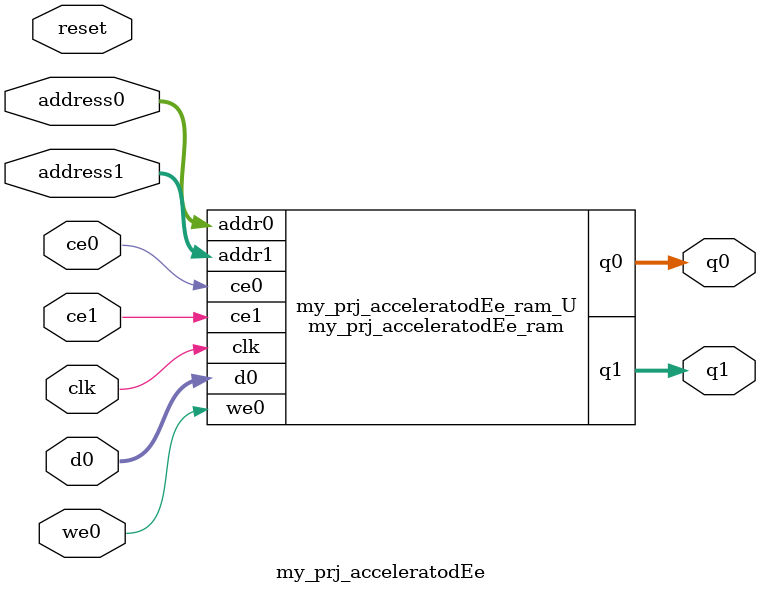
<source format=v>
`timescale 1 ns / 1 ps
module my_prj_acceleratodEe_ram (addr0, ce0, d0, we0, q0, addr1, ce1, q1,  clk);

parameter DWIDTH = 12;
parameter AWIDTH = 4;
parameter MEM_SIZE = 12;

input[AWIDTH-1:0] addr0;
input ce0;
input[DWIDTH-1:0] d0;
input we0;
output reg[DWIDTH-1:0] q0;
input[AWIDTH-1:0] addr1;
input ce1;
output reg[DWIDTH-1:0] q1;
input clk;

(* ram_style = "distributed" *)reg [DWIDTH-1:0] ram[0:MEM_SIZE-1];




always @(posedge clk)  
begin 
    if (ce0) 
    begin
        if (we0) 
        begin 
            ram[addr0] <= d0; 
        end 
        q0 <= ram[addr0];
    end
end


always @(posedge clk)  
begin 
    if (ce1) 
    begin
        q1 <= ram[addr1];
    end
end


endmodule

`timescale 1 ns / 1 ps
module my_prj_acceleratodEe(
    reset,
    clk,
    address0,
    ce0,
    we0,
    d0,
    q0,
    address1,
    ce1,
    q1);

parameter DataWidth = 32'd12;
parameter AddressRange = 32'd12;
parameter AddressWidth = 32'd4;
input reset;
input clk;
input[AddressWidth - 1:0] address0;
input ce0;
input we0;
input[DataWidth - 1:0] d0;
output[DataWidth - 1:0] q0;
input[AddressWidth - 1:0] address1;
input ce1;
output[DataWidth - 1:0] q1;



my_prj_acceleratodEe_ram my_prj_acceleratodEe_ram_U(
    .clk( clk ),
    .addr0( address0 ),
    .ce0( ce0 ),
    .we0( we0 ),
    .d0( d0 ),
    .q0( q0 ),
    .addr1( address1 ),
    .ce1( ce1 ),
    .q1( q1 ));

endmodule


</source>
